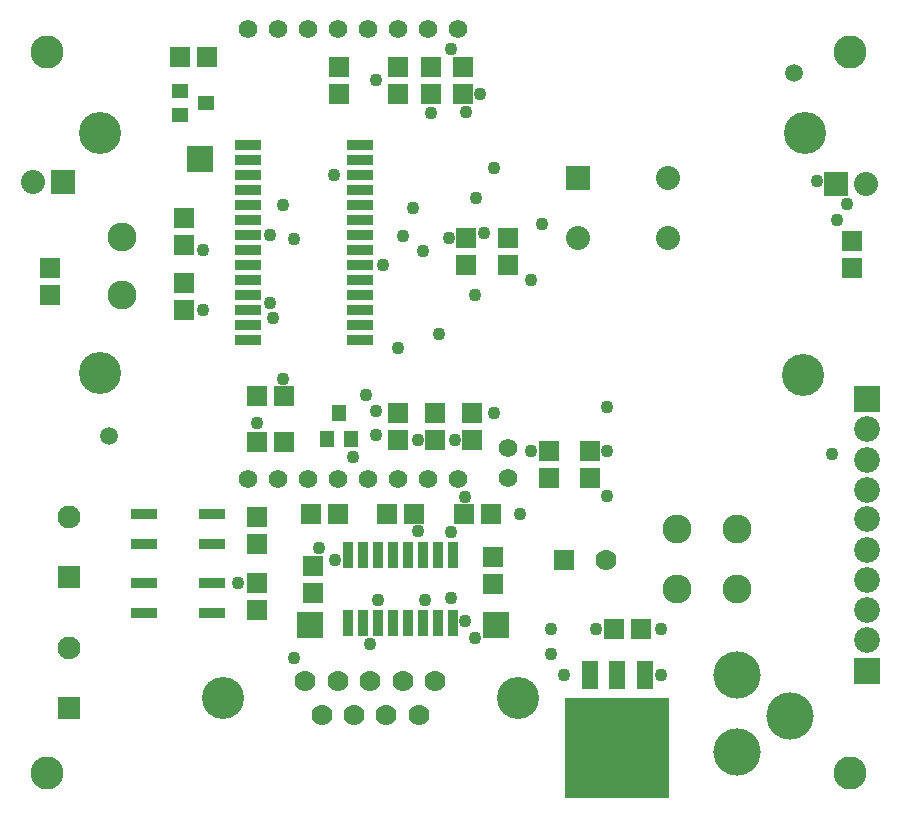
<source format=gbr>
G04 GERBER ASCII OUTPUT FROM: EDWIN 2000 (VER. 1.1 REV. 20011025)*
G04 GERBER FORMAT: RX-274-X*
G04 BOARD: SMART_APP_BOARD*
G04 ARTWORK OF COMP.MASK POSITIVE*
%ASAXBY*%
%FSLAX24Y24*%
%MIA0B0*%
%MOIN*%
%OFA0.0000B0.0000*%
%SFA1B1*%
%IJA0B0*%
%INLAYER1POS*%
%IOA0B0*%
%IPPOS*%
%IR0*%
G04 APERTURE MACROS*
%AMEDWDONUT*
1,1,$1,$2,$3*
1,0,$4,$2,$3*
%
%AMEDWFRECT*
2,1,$1,$2,$3,$4,$5,$6*
%
%AMEDWORECT*
2,1,$1,$2,$3,$4,$5,$10*
2,1,$1,$4,$5,$6,$7,$10*
2,1,$1,$6,$7,$8,$9,$10*
2,1,$1,$8,$9,$2,$3,$10*
1,1,$1,$2,$3*
1,1,$1,$4,$5*
1,1,$1,$6,$7*
1,1,$1,$8,$9*
%
%AMEDWLINER*
2,1,$1,$2,$3,$4,$5,$6*
1,1,$1,$2,$3*
1,1,$1,$4,$5*
%
%AMEDWFTRNG*
4,1,3,$1,$2,$3,$4,$5,$6,$7,$8,$9*
%
%AMEDWATRNG*
4,1,3,$1,$2,$3,$4,$5,$6,$7,$8,$9*
2,1,$11,$1,$2,$3,$4,$10*
2,1,$11,$3,$4,$5,$6,$10*
2,1,$11,$5,$6,$7,$8,$10*
1,1,$11,$3,$4*
1,1,$11,$5,$6*
1,1,$11,$7,$8*
%
%AMEDWOTRNG*
2,1,$1,$2,$3,$4,$5,$8*
2,1,$1,$4,$5,$6,$7,$8*
2,1,$1,$6,$7,$2,$3,$8*
1,1,$1,$2,$3*
1,1,$1,$4,$5*
1,1,$1,$6,$7*
%
G04*
G04 APERTURE LIST*
%ADD10R,0.0650X0.0700*%
%ADD11R,0.0890X0.0940*%
%ADD12R,0.0550X0.0600*%
%ADD13R,0.0790X0.0840*%
%ADD14R,0.0900X0.0350*%
%ADD15R,0.1140X0.0590*%
%ADD16R,0.0800X0.0250*%
%ADD17R,0.1040X0.0490*%
%ADD18R,0.0350X0.0900*%
%ADD19R,0.0590X0.1140*%
%ADD20R,0.0250X0.0800*%
%ADD21R,0.0490X0.1040*%
%ADD22R,0.0700X0.0650*%
%ADD23R,0.0940X0.0890*%
%ADD24R,0.0600X0.0550*%
%ADD25R,0.0840X0.0790*%
%ADD26R,0.0700X0.0700*%
%ADD27R,0.0940X0.0940*%
%ADD28R,0.0600X0.0600*%
%ADD29R,0.0840X0.0840*%
%ADD30R,0.0570X0.0970*%
%ADD31R,0.0810X0.1210*%
%ADD32R,0.0470X0.0870*%
%ADD33R,0.0710X0.1110*%
%ADD34R,0.1520X0.0970*%
%ADD35R,0.1760X0.1210*%
%ADD36R,0.1420X0.0870*%
%ADD37R,0.1660X0.1110*%
%ADD38R,0.0760X0.0760*%
%ADD39R,0.1000X0.1000*%
%ADD40R,0.0800X0.0800*%
%ADD41R,0.1040X0.1040*%
%ADD42EDWFRECT,0.0800X0.03999X-0.0007X-0.03999X0.0007X0.0000*%
%ADD43EDWFRECT,0.0800X0.03999X0.0007X-0.03999X-0.0007X0.0000*%
%ADD44EDWFRECT,0.1040X0.05199X-0.00091X-0.05199X0.00091X0.0000*%
%ADD45EDWFRECT,0.1040X0.05199X0.00091X-0.05199X-0.00091X0.0000*%
%ADD46EDWFRECT,0.0700X0.03499X-0.00061X-0.03499X0.00061X0.0000*%
%ADD47EDWFRECT,0.0700X0.03499X0.00061X-0.03499X-0.00061X0.0000*%
%ADD48EDWFRECT,0.0940X0.04699X-0.00082X-0.04699X0.00082X0.0000*%
%ADD49EDWFRECT,0.0940X0.04699X0.00082X-0.04699X-0.00082X0.0000*%
%ADD50R,0.0580X0.0500*%
%ADD51R,0.0820X0.0740*%
%ADD52R,0.0480X0.0400*%
%ADD53R,0.0720X0.0640*%
%ADD54R,0.0500X0.0580*%
%ADD55R,0.0740X0.0820*%
%ADD56R,0.0400X0.0480*%
%ADD57R,0.0640X0.0720*%
%ADD58R,0.0900X0.0900*%
%ADD59R,0.1140X0.1140*%
%ADD60C,0.0010*%
%ADD62C,0.0020*%
%ADD63R,0.0020X0.0020*%
%ADD64C,0.0030*%
%ADD65R,0.0030X0.0030*%
%ADD66C,0.0040*%
%ADD67R,0.0040X0.0040*%
%ADD68C,0.0050*%
%ADD69R,0.0050X0.0050*%
%ADD70C,0.00787*%
%ADD71R,0.00787X0.00787*%
%ADD72C,0.0080*%
%ADD74C,0.00894*%
%ADD76C,0.00984*%
%ADD77R,0.00984X0.00984*%
%ADD78C,0.0120*%
%ADD80C,0.01287*%
%ADD82C,0.01299*%
%ADD84C,0.0130*%
%ADD86C,0.01969*%
%ADD87R,0.01969X0.01969*%
%ADD88C,0.0200*%
%ADD90C,0.0290*%
%ADD92C,0.0320*%
%ADD94C,0.03294*%
%ADD96C,0.03295*%
%ADD98C,0.03384*%
%ADD100C,0.0360*%
%ADD102C,0.03687*%
%ADD104C,0.03699*%
%ADD106C,0.0370*%
%ADD108C,0.03937*%
%ADD109R,0.03937X0.03937*%
%ADD110C,0.04331*%
%ADD112C,0.0440*%
%ADD114C,0.0500*%
%ADD115R,0.0500X0.0500*%
%ADD116C,0.0560*%
%ADD117R,0.0560X0.0560*%
%ADD118C,0.05906*%
%ADD119R,0.05906X0.05906*%
%ADD120C,0.0600*%
%ADD121R,0.0600X0.0600*%
%ADD122C,0.0620*%
%ADD124C,0.0652*%
%ADD125R,0.0652X0.0652*%
%ADD126C,0.0660*%
%ADD127R,0.0660X0.0660*%
%ADD128C,0.06693*%
%ADD129R,0.06693X0.06693*%
%ADD130C,0.06906*%
%ADD131R,0.06906X0.06906*%
%ADD132C,0.0700*%
%ADD133R,0.0700X0.0700*%
%ADD134C,0.07087*%
%ADD135R,0.07087X0.07087*%
%ADD136C,0.0760*%
%ADD138C,0.0800*%
%ADD140C,0.08306*%
%ADD142C,0.0840*%
%ADD143R,0.0840X0.0840*%
%ADD144C,0.0860*%
%ADD146C,0.0880*%
%ADD147R,0.0880X0.0880*%
%ADD148C,0.0892*%
%ADD149R,0.0892X0.0892*%
%ADD150C,0.0940*%
%ADD151R,0.0940X0.0940*%
%ADD152C,0.09487*%
%ADD153R,0.09487X0.09487*%
%ADD154C,0.0960*%
%ADD156C,0.1000*%
%ADD158C,0.1040*%
%ADD160C,0.10488*%
%ADD161R,0.10488X0.10488*%
%ADD162C,0.10772*%
%ADD163R,0.10772X0.10772*%
%ADD164C,0.1100*%
%ADD166C,0.1100*%
%ADD168C,0.1120*%
%ADD170C,0.11339*%
%ADD171R,0.11339X0.11339*%
%ADD172C,0.11622*%
%ADD173R,0.11622X0.11622*%
%ADD174C,0.1200*%
%ADD176C,0.12472*%
%ADD177R,0.12472X0.12472*%
%ADD178C,0.12756*%
%ADD179R,0.12756X0.12756*%
%ADD180C,0.12888*%
%ADD181R,0.12888X0.12888*%
%ADD182C,0.1300*%
%ADD184C,0.13039*%
%ADD185R,0.13039X0.13039*%
%ADD186C,0.13172*%
%ADD187R,0.13172X0.13172*%
%ADD188C,0.13323*%
%ADD189R,0.13323X0.13323*%
%ADD190C,0.13739*%
%ADD191R,0.13739X0.13739*%
%ADD192C,0.1389*%
%ADD193R,0.1389X0.1389*%
%ADD194C,0.1400*%
%ADD196C,0.14022*%
%ADD197R,0.14022X0.14022*%
%ADD198C,0.1474*%
%ADD199R,0.1474X0.1474*%
%ADD200C,0.14872*%
%ADD201R,0.14872X0.14872*%
%ADD202C,0.1500*%
%ADD204C,0.15156*%
%ADD205R,0.15156X0.15156*%
%ADD206C,0.1540*%
%ADD208C,0.15439*%
%ADD209R,0.15439X0.15439*%
%ADD210C,0.15723*%
%ADD211R,0.15723X0.15723*%
%ADD212C,0.15748*%
%ADD214C,0.1629*%
%ADD215R,0.1629X0.1629*%
%ADD216C,0.1640*%
%ADD218C,0.1714*%
%ADD219R,0.1714X0.1714*%
%ADD220C,0.18709*%
%ADD221R,0.18709X0.18709*%
%ADD222C,0.19685*%
%ADD225R,0.20409X0.20409*%
%ADD227R,0.20693X0.20693*%
%ADD229R,0.20976X0.20976*%
%ADD231R,0.21109X0.21109*%
%ADD233R,0.22677X0.22677*%
%ADD235R,0.22809X0.22809*%
%ADD237R,0.23093X0.23093*%
%ADD239R,0.23376X0.23376*%
%ADD241R,0.24094X0.24094*%
%ADD243R,0.24661X0.24661*%
%ADD245R,0.25077X0.25077*%
%ADD247R,0.25228X0.25228*%
%ADD249R,0.25512X0.25512*%
%ADD251R,0.26494X0.26494*%
%ADD253R,0.27061X0.27061*%
%ADD255R,0.27213X0.27213*%
%ADD257R,0.27628X0.27628*%
%ADD259R,0.27912X0.27912*%
%ADD261R,0.28346X0.28346*%
%ADD263R,0.2948X0.2948*%
%ADD265R,0.29613X0.29613*%
%ADD267R,0.30746X0.30746*%
%ADD269R,0.31181X0.31181*%
%ADD271R,0.3188X0.3188*%
%ADD273R,0.32031X0.32031*%
%ADD275R,0.32598X0.32598*%
%ADD277R,0.33581X0.33581*%
%ADD279R,0.33732X0.33732*%
%ADD281R,0.34431X0.34431*%
%ADD283R,0.34539X0.34539*%
%ADD285R,0.34583X0.34583*%
%ADD287R,0.34998X0.34998*%
%ADD289R,0.3515X0.3515*%
%ADD291R,0.36132X0.36132*%
%ADD293R,0.36939X0.36939*%
%ADD295R,0.36983X0.36983*%
%ADD297R,0.37417X0.37417*%
%ADD299R,0.3755X0.3755*%
%ADD301R,0.38835X0.38835*%
%ADD303R,0.39402X0.39402*%
%ADD305R,0.39817X0.39817*%
%ADD307R,0.39969X0.39969*%
%ADD309R,0.41235X0.41235*%
%ADD311R,0.41669X0.41669*%
%ADD313R,0.41802X0.41802*%
%ADD315R,0.42236X0.42236*%
%ADD317R,0.42369X0.42369*%
%ADD319R,0.44069X0.44069*%
%ADD321R,0.44636X0.44636*%
%ADD323R,0.46488X0.46488*%
%ADD325R,0.47339X0.47339*%
%ADD327R,0.48472X0.48472*%
%ADD329R,0.48888X0.48888*%
%ADD331R,0.49739X0.49739*%
%ADD333R,0.50872X0.50872*%
%ADD335R,0.52157X0.52157*%
%ADD337R,0.53291X0.53291*%
%ADD339R,0.54425X0.54425*%
%ADD341R,0.54557X0.54557*%
%ADD343R,0.55691X0.55691*%
%ADD345R,0.56409X0.56409*%
%ADD347R,0.56825X0.56825*%
%ADD349R,0.58809X0.58809*%
%ADD351R,0.7200X0.7200*%
%ADD353R,0.72567X0.72567*%
%ADD355R,0.7440X0.7440*%
%ADD357R,0.74967X0.74967*%
%ADD359R,0.81638X0.81638*%
%ADD361R,0.84038X0.84038*%
%ADD363R,0.88441X0.88441*%
%ADD365R,0.90841X0.90841*%
%ADD367R,0.9411X0.9411*%
%ADD369R,0.9651X0.9651*%
%ADD371R,0.99496X0.99496*%
%ADD373R,1.01896X1.01896*%
%ADD375R,1.28693X1.28693*%
%ADD377R,1.28976X1.28976*%
%ADD379R,1.29543X1.29543*%
%ADD381R,1.31093X1.31093*%
%ADD383R,1.31376X1.31376*%
%ADD385R,1.31943X1.31943*%
%ADD386C,1.41943*%
%ADD387R,1.41943X1.41943*%
%ADD388C,1.51943*%
%ADD389R,1.51943X1.51943*%
%ADD390C,1.61943*%
%ADD391R,1.61943X1.61943*%
%ADD392C,1.71943*%
%ADD393R,1.71943X1.71943*%
%ADD394C,1.81943*%
%ADD395R,1.81943X1.81943*%
%ADD396C,1.91943*%
%ADD397R,1.91943X1.91943*%
G04*
D10* 
X8179Y9699D02*D03*
X8179Y8799D02*D03*
D164*
X1181Y25197D02*D03*
D14* 
X7873Y22106D02*D03*
X7873Y21606D02*D03*
X7873Y21106D02*D03*
X7873Y20606D02*D03*
X7873Y20106D02*D03*
X7873Y19606D02*D03*
X7873Y19106D02*D03*
X7873Y18606D02*D03*
X7873Y18106D02*D03*
X7873Y17606D02*D03*
X7873Y17106D02*D03*
X7873Y16606D02*D03*
X7873Y16106D02*D03*
X7873Y15606D02*D03*
X11623Y15606D02*D03*
X11623Y16106D02*D03*
X11623Y16606D02*D03*
X11623Y17106D02*D03*
X11623Y17606D02*D03*
X11623Y18106D02*D03*
X11623Y18606D02*D03*
X11623Y19106D02*D03*
X11623Y19606D02*D03*
X11623Y20106D02*D03*
X11623Y20606D02*D03*
X11623Y21106D02*D03*
X11623Y21606D02*D03*
X11623Y22106D02*D03*
D154*
X24173Y7311D02*D03*
X24173Y9311D02*D03*
X22173Y9311D02*D03*
X22173Y7311D02*D03*
D212*
X24173Y4449D02*D03*
X25945Y3071D02*D03*
X24173Y1890D02*D03*
D18* 
X14705Y8440D02*D03*
X14205Y8440D02*D03*
X13705Y8440D02*D03*
X13205Y8440D02*D03*
X12705Y8440D02*D03*
X12205Y8440D02*D03*
X11705Y8440D02*D03*
X11205Y8440D02*D03*
X11205Y6190D02*D03*
X11705Y6190D02*D03*
X12205Y6190D02*D03*
X12705Y6190D02*D03*
X13205Y6190D02*D03*
X13705Y6190D02*D03*
X14205Y6190D02*D03*
X14705Y6190D02*D03*
D22* 
X12530Y9823D02*D03*
X13430Y9823D02*D03*
D10* 
X10039Y8071D02*D03*
X10039Y7171D02*D03*
D22* 
X10870Y9823D02*D03*
X9970Y9823D02*D03*
D10* 
X16043Y7466D02*D03*
X16043Y8366D02*D03*
D22* 
X15084Y9823D02*D03*
X15984Y9823D02*D03*
D10* 
X10925Y24719D02*D03*
X10925Y23819D02*D03*
X5748Y17504D02*D03*
X5748Y16604D02*D03*
X5748Y18775D02*D03*
X5748Y19675D02*D03*
D22* 
X20979Y5984D02*D03*
X20079Y5984D02*D03*
D26* 
X18423Y8287D02*D03*
D132*
X19823Y8287D02*D03*
D30* 
X21107Y4444D02*D03*
X20197Y4444D02*D03*
X19287Y4444D02*D03*
D34* 
X20192Y2004D02*D03*
D122*
X7874Y25984D02*D03*
X8874Y25984D02*D03*
X9874Y25984D02*D03*
X10874Y25984D02*D03*
X11874Y25984D02*D03*
X12874Y25984D02*D03*
X13874Y25984D02*D03*
X14874Y25984D02*D03*
X14874Y10984D02*D03*
X13874Y10984D02*D03*
X12874Y10984D02*D03*
X11874Y10984D02*D03*
X10874Y10984D02*D03*
X9874Y10984D02*D03*
X8874Y10984D02*D03*
X7874Y10984D02*D03*
X16535Y11024D02*D03*
X16535Y12008D02*D03*
D118*
X26083Y24508D02*D03*
X3248Y12402D02*D03*
D154*
X3701Y19036D02*D03*
X3701Y17116D02*D03*
D38* 
X1909Y7695D02*D03*
D136*
X1909Y9695D02*D03*
D38* 
X1909Y3344D02*D03*
D136*
X1909Y5344D02*D03*
D144*
X28524Y5606D02*D03*
X28524Y6606D02*D03*
X28524Y7606D02*D03*
X28524Y8606D02*D03*
X28505Y9633D02*D03*
X28524Y10616D02*D03*
X28524Y11598D02*D03*
X28524Y12638D02*D03*
D10* 
X15059Y24719D02*D03*
X15059Y23819D02*D03*
X12894Y12289D02*D03*
X12894Y13189D02*D03*
X17913Y11009D02*D03*
X17913Y11909D02*D03*
X19291Y11009D02*D03*
X19291Y11909D02*D03*
X16535Y18996D02*D03*
X16535Y18096D02*D03*
X15157Y18996D02*D03*
X15157Y18096D02*D03*
D22* 
X5620Y25049D02*D03*
X6520Y25049D02*D03*
D40* 
X18898Y20996D02*D03*
D138*
X18898Y18996D02*D03*
X21898Y18996D02*D03*
X21898Y20996D02*D03*
D132*
X14120Y4241D02*D03*
X13040Y4241D02*D03*
X11960Y4241D02*D03*
X10880Y4241D02*D03*
X9800Y4241D02*D03*
X13580Y3121D02*D03*
X12500Y3121D02*D03*
X11420Y3121D02*D03*
X10340Y3121D02*D03*
D194*
X16880Y3681D02*D03*
X7040Y3681D02*D03*
D14* 
X6669Y6520D02*D03*
X6669Y7520D02*D03*
X4419Y7520D02*D03*
X4419Y6520D02*D03*
D22* 
X8169Y12205D02*D03*
X9069Y12205D02*D03*
D10* 
X1280Y18012D02*D03*
X1280Y17112D02*D03*
X28012Y18007D02*D03*
X28012Y18907D02*D03*
D42* 
X27500Y20827D02*D03*
D138*
X28500Y20809D02*D03*
D40* 
X1734Y20870D02*D03*
D138*
X734Y20870D02*D03*
D164*
X1181Y1181D02*D03*
X27953Y1181D02*D03*
X27953Y25197D02*D03*
D10* 
X13976Y24719D02*D03*
X13976Y23819D02*D03*
X14126Y12273D02*D03*
X14126Y13173D02*D03*
X15354Y12289D02*D03*
X15354Y13189D02*D03*
X12894Y24719D02*D03*
X12894Y23819D02*D03*
D50* 
X5620Y23898D02*D03*
X5620Y23098D02*D03*
X6500Y23498D02*D03*
D22* 
X9073Y13735D02*D03*
X8173Y13735D02*D03*
D54* 
X10525Y12309D02*D03*
X11325Y12309D02*D03*
X10925Y13189D02*D03*
D58* 
X28524Y13661D02*D03*
X28526Y4570D02*D03*
X6299Y21654D02*D03*
D10* 
X8179Y6624D02*D03*
X8179Y7524D02*D03*
D14* 
X6669Y8799D02*D03*
X6669Y9799D02*D03*
X4419Y9799D02*D03*
X4419Y8799D02*D03*
D194*
X2938Y22496D02*D03*
X2949Y14517D02*D03*
X26437Y22504D02*D03*
X26393Y14458D02*D03*
D58* 
X16142Y6102D02*D03*
X9941Y6102D02*D03*
D110*
X12374Y18106D02*D03*
X12162Y13261D02*D03*
X15126Y10394D02*D03*
X15126Y6240D02*D03*
X21639Y5984D02*D03*
X21639Y4449D02*D03*
X12374Y18106D02*D03*
X12162Y24268D02*D03*
X19863Y10408D02*D03*
X19863Y11909D02*D03*
X14586Y18996D02*D03*
X14664Y25315D02*D03*
X13554Y12273D02*D03*
X13554Y12273D02*D03*
X13714Y18576D02*D03*
X15501Y20361D02*D03*
X15631Y23819D02*D03*
X16101Y21361D02*D03*
X16101Y13189D02*D03*
X10770Y8274D02*D03*
X14638Y7009D02*D03*
X14638Y9206D02*D03*
X6374Y16604D02*D03*
X6374Y18606D02*D03*
X19482Y5984D02*D03*
X17985Y5984D02*D03*
X17985Y5130D02*D03*
X17313Y17606D02*D03*
X16960Y9823D02*D03*
X19863Y11909D02*D03*
X19863Y13390D02*D03*
X10736Y21106D02*D03*
X11392Y11721D02*D03*
X26847Y20920D02*D03*
X27347Y11826D02*D03*
X14249Y15823D02*D03*
X13976Y23168D02*D03*
X12205Y6941D02*D03*
X12896Y15361D02*D03*
X15463Y17106D02*D03*
X15445Y5670D02*D03*
X14783Y12289D02*D03*
X12162Y12428D02*D03*
X17675Y19466D02*D03*
X17322Y11909D02*D03*
X9041Y14307D02*D03*
X9041Y20106D02*D03*
X7553Y7524D02*D03*
X18423Y4449D02*D03*
X8624Y19106D02*D03*
X8624Y16861D02*D03*
X8624Y19106D02*D03*
X8169Y12831D02*D03*
X11960Y5494D02*D03*
X13786Y6941D02*D03*
X9421Y18968D02*D03*
X9421Y4997D02*D03*
X13041Y19084D02*D03*
X11826Y13774D02*D03*
X27507Y19626D02*D03*
X13378Y20025D02*D03*
X13541Y9251D02*D03*
X27844Y20140D02*D03*
X10257Y8667D02*D03*
X15165Y23202D02*D03*
X15765Y19178D02*D03*
X8704Y16348D02*D03*
D279*
X20121Y2014D02*D03*
X20263Y2014D02*D03*
X20121Y2014D02*D03*
X20263Y2014D02*D03*
M02*

</source>
